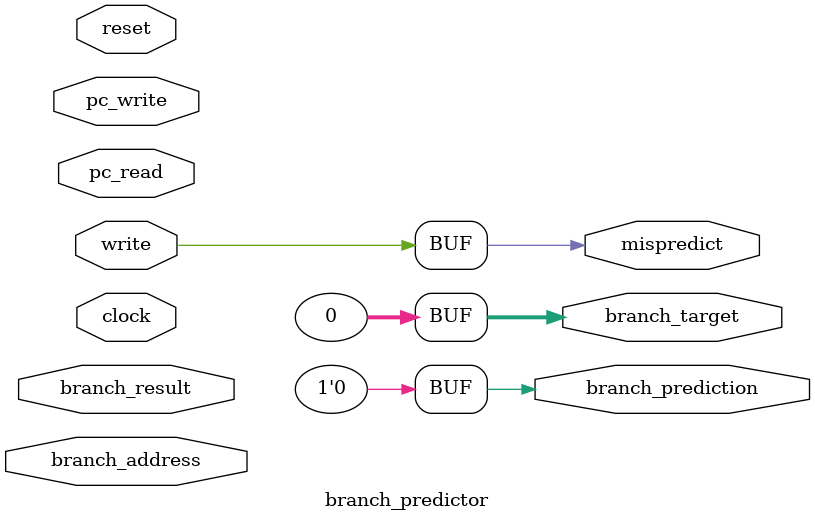
<source format=v>
module branch_predictor(pc_read, pc_write, branch_result, branch_address, reset, write, clock, 
		branch_prediction, branch_target, mispredict);
	
	input[31:0] pc_read, pc_write, branch_address;
	input branch_result, reset, write, clock;
	output branch_prediction, mispredict;
	output[31:0] branch_target;
	/*
	// Global State
	wire [2:0] gs;
	wire global_in;
	and gs_and(global_in, branch_result, write);
	dff_c gs1_ff(.d(global_in), .clr(reset), .en(write), .clk(clock), .q(gs[0]));
	dff_c gs2_ff(.d(gs[0]), .clr(reset), .en(write), .clk(clock), .q(gs[1]));
	dff_c gs3_ff(.d(gs[1]), .clr(reset), .en(write), .clk(clock), .q(gs[2]));

	// Branch Tables
	wire [7:0] table_select;
	wire [31:0] pc_overwrite;
	wire predict_overwrite;
	decoder_8 gs_dcd(.in(gs), .out(table_select));
	genvar i;
	generate
		for(i = 0; i < 8; i = i + 1) begin: table_loop
			wire local_write, prediction, overwritten_predict;
			wire[31:0] predicted_target, overwritten_target;
			and write_and(local_write, table_select[i], write);
			branch_table bt(.pc_read(pc_read), .pc_write(pc_write), .write(local_write), 
				.branch_result(branch_result), .branch_address(branch_address), .reset(reset), 
				.clock(clock), .branch_prediction(prediction), .branch_target(predicted_target), 
				.prediction_overwrite(overwritten_predict), .target_overwrite(overwritten_target));
			assign predict_overwrite = table_select[i] ? overwritten_predict : 1'bz;
			assign branch_prediction = table_select[i] ? prediction : 1'bz;
			assign pc_overwrite = table_select[i] ? overwritten_target : 32'bz;
			assign branch_target = table_select[i] ? predicted_target : 32'bz;
		end
	endgenerate

	// Mispredict Logic
	wire same1, same2, same3, pred_correct, unz1, unz2, unz3, mispred_inter;
	comparator_5 comp1(.inA(pc_write[7:3]), .inB(pc_overwrite[7:3]), .same(same1), .snz(unz1));
	comparator_5 comp2(.inA(pc_write[11:7]), .inB(pc_overwrite[11:7]), .same(same2), .snz(unz2));
	comparator_5 comp3(.inA(pc_write[16:12]), .inB(pc_overwrite[16:12]), .same(same3), .snz(unz3));
	xnor pred_corr(pred_correct, predict_overwrite, branch_result);
	or mispred_or(mispred_inter, ~same1, ~same2, ~same3, ~pred_correct);
	and mispred_and(mispredict, mispred_inter, write);
	*/
	assign mispredict = write;
	assign branch_prediction = 1'b0;
	assign branch_target = 1'b0;
	
endmodule

</source>
